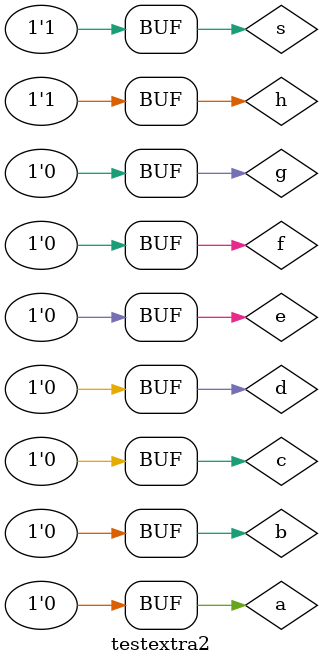
<source format=v>

module extra2(output s, input a,input b,input c,input d,input e ,input f,input g,input h);

endmodule


module testextra2;
reg a,b,c,d,e,f,g,h;
wire s;

or OR1(s,a,b,c,d,e,f,g,h);

initial begin:start

a=0; b=0;c=0; d=0;e=0; f=0;g=0; h=0;

end


initial begin:main

$display("Extra 1 - Luiz Marques de olveira - 417138");
$display("PORTA OR 1 BYTE");
$display("a  b  c  d  e  f  g  h = s");
$monitor("%b  %b  %b  %b  %b  %b  %b  %b  = %b",a,b,c,d,e,f,g,h,s);



#1 a=0; b=0;c=0; d=0;e=0; f=0;g=0; h=1;

end
	
	endmodule // extra1
</source>
